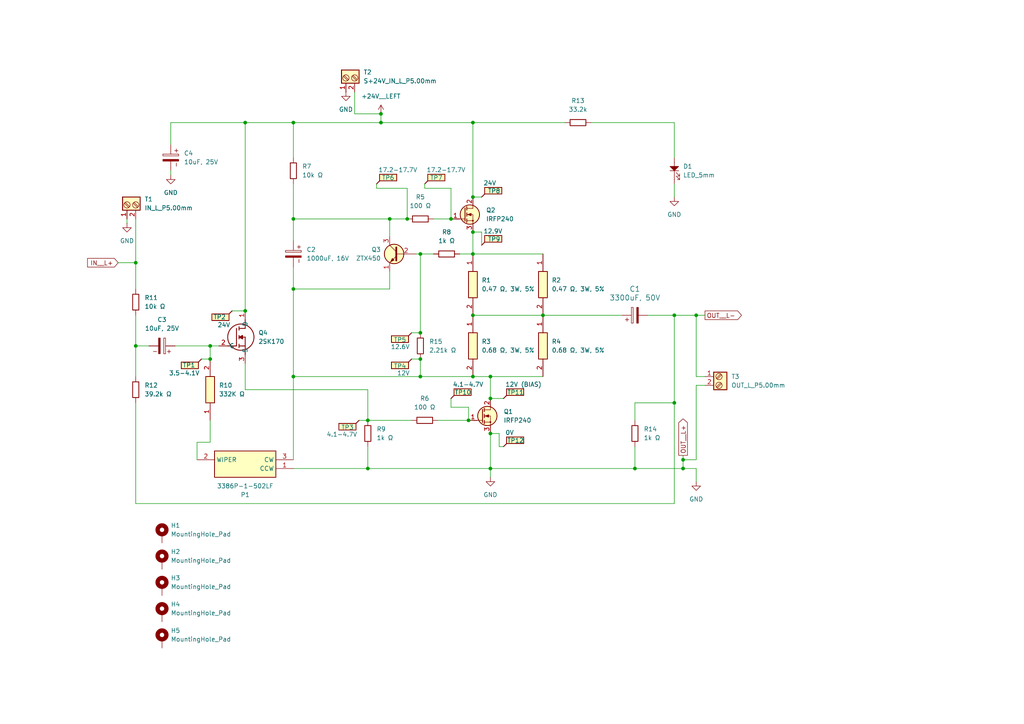
<source format=kicad_sch>
(kicad_sch (version 20231120) (generator "eeschema") (generator_version "8.0")
  (paper "A4")
  (title_block (title "Amp Camp Amp v1.8") (date "2024-11-19") (rev "1") (company "Audiophi"))
  (lib_symbols
    (symbol "Connector:TestPoint_Flag" (pin_numbers hide) (pin_names (offset 0.762) hide)
      (property "Reference" "TP" (at 3.429 1.778 0))
      (property "Value" "TestPoint_Flag" (at 3.302 4.191 0))
      (symbol "TestPoint_Flag_0_1"
        (polyline (pts (xy 0 0) (xy 0.889 0.889)) (stroke (width 0.254)))
        (rectangle (start 0.889 2.794) (end 5.842 0.889) (stroke (width 0.254)) (fill (type background)))
      )
      (symbol "TestPoint_Flag_1_1"
        (pin passive line (at 0 0 90) (length 0) (name "1") (number "1"))
      )
    )
    (symbol "Mechanical:MountingHole_Pad" (pin_numbers hide) (pin_names (offset 1.016) hide) (exclude_from_sim yes) (in_bom no)
      (property "Reference" "H" (at 0 6.35 0))
      (property "Value" "MountingHole_Pad" (at 0 4.445 0))
      (symbol "MountingHole_Pad_0_1"
        (circle (center 0 1.27) (radius 1.27) (stroke (width 1.27)))
      )
      (symbol "MountingHole_Pad_1_1"
        (pin input line (at 0 -2.54 90) (length 2.54) (name "1") (number "1"))
      )
    )
    (symbol "PCM_Capacitor_AKL:CP_Radial_D18.0mm_P7.50mm" (pin_numbers hide) (pin_names (offset 0.254))
      (property "Reference" "C" (at 0.635 2.54 0))
      (property "Value" "CP_Radial_D18.0mm_P7.50mm" (at 0.635 -2.54 0))
      (symbol "CP_Radial_D18.0mm_P7.50mm_0_1"
        (rectangle (start -2.286 1.016) (end 2.286 0.508))
        (polyline (pts (xy -1.778 2.286) (xy -0.762 2.286)))
        (polyline (pts (xy -1.27 2.794) (xy -1.27 1.778)))
        (rectangle (start 2.286 -0.508) (end -2.286 -1.016) (fill (type outline)))
      )
      (symbol "CP_Radial_D18.0mm_P7.50mm_0_2"
        (polyline (pts (xy -2.54 -2.54) (xy -0.6604 -0.6604)))
        (polyline (pts (xy 0 2.032) (xy 1.016 2.032)))
        (polyline (pts (xy 0.508 2.54) (xy 0.508 1.524)))
        (polyline (pts (xy 0.6604 0.6604) (xy 2.54 2.54)))
        (polyline (pts (xy -1.8796 0.6096) (xy 0.6096 -1.8796) (xy 0.9652 -1.524) (xy -1.524 0.9652) (xy -1.8796 0.6096)) (fill (type outline)))
        (polyline (pts (xy -0.9652 1.524) (xy 1.524 -0.9652) (xy 1.8796 -0.6096) (xy -0.6096 1.8796) (xy -0.9652 1.524)))
      )
      (symbol "CP_Radial_D18.0mm_P7.50mm_1_1"
        (pin passive line (at 0 3.81 270) (length 2.794) (name "~") (number "1"))
        (pin passive line (at 0 -3.81 90) (length 2.794) (name "~") (number "2"))
      )
      (symbol "CP_Radial_D18.0mm_P7.50mm_1_2"
        (pin passive line (at 2.54 2.54 270) (length 0) (name "~") (number "1"))
        (pin passive line (at -2.54 -2.54 90) (length 0) (name "~") (number "2"))
      )
    )
    (symbol "PCM_SL_Capacitors:1000uF_16V"
      (property "Reference" "C" (at 0 7.62 0))
      (property "Value" "1000uF_16V" (at 0 5.08 0))
      (symbol "1000uF_16V_0_0"
        (text "+" (at -2.032 1.524 0) (effects (font (size 1.27 1.27))))
        (text "-" (at 2.032 1.524 0) (effects (font (size 1.27 1.27))))
      )
      (symbol "1000uF_16V_0_1"
        (rectangle (start -1.016 -2.286) (end -0.508 2.286))
        (rectangle (start 0.508 -2.286) (end 1.016 2.286) (fill (type outline)))
      )
      (symbol "1000uF_16V_1_1"
        (pin passive line (at -3.81 0 0) (length 2.7) (name "~") (number "1"))
        (pin input line (at 3.81 0 180) (length 2.7) (name "~") (number "2"))
      )
    )
    (symbol "PCM_SL_Capacitors:10uF_25V"
      (property "Reference" "C" (at 0 7.62 0))
      (property "Value" "10uF_25V" (at 0 5.08 0))
      (symbol "10uF_25V_0_0"
        (text "+" (at -2.032 1.524 0) (effects (font (size 1.27 1.27))))
        (text "-" (at 2.032 1.524 0) (effects (font (size 1.27 1.27))))
      )
      (symbol "10uF_25V_0_1"
        (rectangle (start -1.016 -2.286) (end -0.508 2.286))
        (rectangle (start 0.508 -2.286) (end 1.016 2.286) (fill (type outline)))
      )
      (symbol "10uF_25V_1_1"
        (pin passive line (at -3.81 0 0) (length 2.7) (name "~") (number "1"))
        (pin input line (at 3.81 0 180) (length 2.7) (name "~") (number "2"))
      )
    )
    (symbol "PCM_SL_Devices:LED_5mm"
      (property "Reference" "D" (at -0.508 5.334 0))
      (property "Value" "LED_5mm" (at -0.508 2.794 0))
      (symbol "LED_5mm_0_1"
        (polyline (pts (xy -1.27 0) (xy -2.54 0)))
        (polyline (pts (xy 0 1.27) (xy 0 -1.27)))
        (polyline (pts (xy 0.508 0.508) (xy 1.524 1.524)))
        (polyline (pts (xy 1.27 0) (xy 2.54 0)))
        (polyline (pts (xy 1.524 0.508) (xy 2.54 1.524)))
        (polyline (pts (xy 1.524 1.524) (xy 0.889 1.524)))
        (polyline (pts (xy 1.524 1.524) (xy 1.524 0.889)))
        (polyline (pts (xy 2.54 1.524) (xy 1.905 1.524)))
        (polyline (pts (xy 2.54 1.524) (xy 2.54 0.889)))
        (polyline (pts (xy 0 0) (xy -1.27 -1.27) (xy -1.27 1.27) (xy 0 0) (xy 1.27 0)) (fill (type outline)))
      )
      (symbol "LED_5mm_1_1"
        (pin passive line (at 3.81 0 180) (length 1.5) (name "~") (number "1"))
        (pin passive line (at -3.81 0 0) (length 1.5) (name "") (number "2"))
      )
    )
    (symbol "PCM_SL_Resistors:100ohm"
      (property "Reference" "R" (at 0 5.08 0))
      (property "Value" "100ohm" (at 0 2.54 0))
      (symbol "100ohm_0_1"
        (rectangle (start -2.286 0.889) (end 2.286 -0.889) (stroke (width 0.24)))
      )
      (symbol "100ohm_1_1"
        (pin passive line (at -3.81 0 0) (length 1.5) (name "") (number "1"))
        (pin passive line (at 3.81 0 180) (length 1.5) (name "~") (number "2"))
      )
    )
    (symbol "PCM_SL_Resistors:10k"
      (property "Reference" "R" (at 0 5.08 0))
      (property "Value" "10k" (at 0 2.54 0))
      (symbol "10k_0_1"
        (rectangle (start -2.286 0.889) (end 2.286 -0.889) (stroke (width 0.24)))
      )
      (symbol "10k_1_1"
        (pin passive line (at -3.81 0 0) (length 1.5) (name "") (number "1"))
        (pin passive line (at 3.81 0 180) (length 1.5) (name "~") (number "2"))
      )
    )
    (symbol "PCM_SL_Resistors:1k"
      (property "Reference" "R" (at 0 5.08 0))
      (property "Value" "1k" (at 0 2.54 0))
      (symbol "1k_0_1"
        (rectangle (start -2.286 0.889) (end 2.286 -0.889) (stroke (width 0.24)))
      )
      (symbol "1k_1_1"
        (pin passive line (at -3.81 0 0) (length 1.5) (name "") (number "1"))
        (pin passive line (at 3.81 0 180) (length 1.5) (name "~") (number "2"))
      )
    )
    (symbol "PCM_SL_Resistors:2.2k"
      (property "Reference" "R" (at 0 5.08 0))
      (property "Value" "2.2k" (at 0 2.54 0))
      (symbol "2.2k_0_1"
        (rectangle (start -2.286 0.889) (end 2.286 -0.889) (stroke (width 0.24)))
      )
      (symbol "2.2k_1_1"
        (pin passive line (at -3.81 0 0) (length 1.5) (name "") (number "1"))
        (pin passive line (at 3.81 0 180) (length 1.5) (name "~") (number "2"))
      )
    )
    (symbol "PCM_SL_Resistors:33k"
      (property "Reference" "R" (at 0 5.08 0))
      (property "Value" "33k" (at 0 2.54 0))
      (symbol "33k_0_1"
        (rectangle (start -2.286 0.889) (end 2.286 -0.889) (stroke (width 0.24)))
      )
      (symbol "33k_1_1"
        (pin passive line (at -3.81 0 0) (length 1.5) (name "") (number "1"))
        (pin passive line (at 3.81 0 180) (length 1.5) (name "~") (number "2"))
      )
    )
    (symbol "PCM_SL_Resistors:39k"
      (property "Reference" "R" (at 0 5.08 0))
      (property "Value" "39k" (at 0 2.54 0))
      (symbol "39k_0_1"
        (rectangle (start -2.286 0.889) (end 2.286 -0.889) (stroke (width 0.24)))
      )
      (symbol "39k_1_1"
        (pin passive line (at -3.81 0 0) (length 1.5) (name "") (number "1"))
        (pin passive line (at 3.81 0 180) (length 1.5) (name "~") (number "2"))
      )
    )
    (symbol "PCM_SL_Screw_Terminal:Screw_Terminal_2_P5.00mm"
      (property "Reference" "J" (at 0 3.81 0))
      (property "Value" "Screw_Terminal_2_P5.00mm" (at 0 -3.81 0))
      (symbol "Screw_Terminal_2_P5.00mm_0_1"
        (rectangle (start -1.27 2.54) (end 2.54 -2.54) (stroke (width 0.3)) (fill (type background)))
        (polyline (pts (xy -0.254 -2.032) (xy 1.016 -0.762)))
        (polyline (pts (xy -0.254 0.508) (xy 1.016 1.778)))
        (polyline (pts (xy 0 -1.27) (xy -0.508 -1.778) (xy 0.762 -0.508)))
        (polyline (pts (xy 0 1.27) (xy -0.508 0.762) (xy 0.762 2.032)))
        (circle (center 0.254 -1.27) (radius 0.9158))
        (circle (center 0.254 1.27) (radius 0.9158))
      )
      (symbol "Screw_Terminal_2_P5.00mm_1_1"
        (pin passive line (at -3.81 1.27 0) (length 2.54) (name "") (number "1"))
        (pin passive line (at -3.81 -1.27 0) (length 2.54) (name "") (number "2"))
      )
    )
    (symbol "PCM_Transistor_BJT_AKL:ZTX450" (pin_names hide)
      (property "Reference" "Q" (at 5.08 1.27 0))
      (property "Value" "ZTX450" (at 5.08 -1.27 0))
      (symbol "ZTX450_0_1"
        (polyline (pts (xy 0.635 0.635) (xy 2.54 2.54)))
        (polyline (pts (xy 0.635 -0.635) (xy 2.54 -2.54) (xy 2.54 -2.54)))
        (polyline (pts (xy 0.635 1.905) (xy 0.635 -1.905) (xy 0.635 -1.905)) (stroke (width 0.508)))
        (polyline (pts (xy 1.27 -1.778) (xy 1.778 -1.27) (xy 2.286 -2.286) (xy 1.27 -1.778) (xy 1.27 -1.778)) (fill (type outline)))
        (circle (center 1.27 0) (radius 2.8194) (stroke (width 0.254)) (fill (type background)))
      )
      (symbol "ZTX450_1_1"
        (pin passive line (at 2.54 -5.08 90) (length 2.54) (name "E") (number "1"))
        (pin passive line (at -5.08 0 0) (length 5.715) (name "B") (number "2"))
        (pin passive line (at 2.54 5.08 270) (length 2.54) (name "C") (number "3"))
      )
    )
    (symbol "PCM_Transistor_MOSFET_AKL:IRFP240" (pin_names hide)
      (property "Reference" "Q" (at 5.08 1.27 0))
      (property "Value" "IRFP240" (at 5.08 -1.27 0))
      (symbol "IRFP240_0_1"
        (polyline (pts (xy 0.254 -1.27) (xy -2.54 -1.27)))
        (polyline (pts (xy 0.254 1.905) (xy 0.254 -1.905)) (stroke (width 0.254)))
        (polyline (pts (xy 0.762 -1.778) (xy 2.54 -1.778)))
        (polyline (pts (xy 0.762 -1.27) (xy 0.762 -2.286)) (stroke (width 0.254)))
        (polyline (pts (xy 0.762 0.508) (xy 0.762 -0.508)) (stroke (width 0.254)))
        (polyline (pts (xy 0.762 2.286) (xy 0.762 1.27)) (stroke (width 0.254)))
        (polyline (pts (xy 2.54 1.778) (xy 0.762 1.778)))
        (polyline (pts (xy 2.54 2.54) (xy 2.54 1.778)))
        (polyline (pts (xy 2.54 -2.54) (xy 2.54 0) (xy 0.762 0)))
        (polyline (pts (xy 1.016 0) (xy 2.032 0.381) (xy 2.032 -0.381) (xy 1.016 0)) (fill (type outline)))
        (circle (center 1.651 0) (radius 2.794) (stroke (width 0.254)) (fill (type background)))
        (circle (center 2.54 -1.778) (radius 0.1778) (fill (type outline)))
      )
      (symbol "IRFP240_1_1"
        (pin input line (at -3.81 -1.27 0) (length 2.54) (name "G") (number "1"))
        (pin passive line (at 2.54 5.08 270) (length 2.54) (name "D") (number "2"))
        (pin passive line (at 2.54 -5.08 90) (length 2.54) (name "S") (number "3"))
      )
    )
    (symbol "Samacsys:2SK170"
      (property "Reference" "Q" (at 11.43 3.81 0))
      (property "Value" "2SK170" (at 11.43 1.27 0))
      (symbol "2SK170_1_1"
        (polyline (pts (xy 2.54 0) (xy 5.08 0)) (stroke (width 0.254)))
        (polyline (pts (xy 5.08 5.08) (xy 5.08 0)) (stroke (width 0.254)))
        (polyline (pts (xy 5.842 -0.508) (xy 5.842 0.508)) (stroke (width 0.254)))
        (polyline (pts (xy 5.842 0) (xy 7.62 0)) (stroke (width 0.254)))
        (polyline (pts (xy 5.842 2.032) (xy 5.842 3.048)) (stroke (width 0.254)))
        (polyline (pts (xy 5.842 5.588) (xy 5.842 4.572)) (stroke (width 0.254)))
        (polyline (pts (xy 7.62 2.54) (xy 5.842 2.54)) (stroke (width 0.254)))
        (polyline (pts (xy 7.62 2.54) (xy 7.62 -2.54)) (stroke (width 0.254)))
        (polyline (pts (xy 7.62 5.08) (xy 5.842 5.08)) (stroke (width 0.254)))
        (polyline (pts (xy 7.62 5.08) (xy 7.62 7.62)) (stroke (width 0.254)))
        (polyline (pts (xy 5.842 2.54) (xy 6.858 3.048) (xy 6.858 2.032) (xy 5.842 2.54)) (stroke (width 0.254)) (fill (type outline)))
        (circle (center 6.35 2.54) (radius 3.81) (stroke (width 0.254)))
        (pin passive line (at 7.62 10.16 270) (length 2.54) (name "D") (number "1"))
        (pin passive line (at 0 0 0) (length 2.54) (name "G") (number "2"))
        (pin passive line (at 7.62 -5.08 90) (length 2.54) (name "S") (number "3"))
      )
    )
    (symbol "Samacsys:3386P-1-502LF"
      (property "Reference" "VR" (at 24.13 7.62 0))
      (property "Value" "3386P-1-502LF" (at 24.13 5.08 0))
      (symbol "3386P-1-502LF_1_1"
        (rectangle (start 5.08 2.54) (end 22.86 -5.08) (stroke (width 0.254)) (fill (type background)))
        (pin passive line (at 0 -2.54 0) (length 5.08) (name "CCW") (number "1"))
        (pin passive line (at 27.94 0 180) (length 5.08) (name "WIPER") (number "2"))
        (pin passive line (at 0 0 0) (length 5.08) (name "CW") (number "3"))
      )
    )
    (symbol "Samacsys:ERX-3SJR47V" (pin_names hide)
      (property "Reference" "R" (at 13.97 6.35 0))
      (property "Value" "ERX-3SJR47V" (at 13.97 3.81 0))
      (symbol "ERX-3SJR47V_1_1"
        (rectangle (start 5.08 1.27) (end 12.7 -1.27) (stroke (width 0.254)) (fill (type background)))
        (pin passive line (at 0 0 0) (length 5.08) (name "1") (number "1"))
        (pin passive line (at 17.78 0 180) (length 5.08) (name "2") (number "2"))
      )
    )
    (symbol "Samacsys:ERX-3SJR68A" (pin_names hide)
      (property "Reference" "R" (at 13.97 6.35 0))
      (property "Value" "ERX-3SJR68A" (at 13.97 3.81 0))
      (symbol "ERX-3SJR68A_1_1"
        (rectangle (start 5.08 1.27) (end 12.7 -1.27) (stroke (width 0.254)) (fill (type background)))
        (pin passive line (at 0 0 0) (length 5.08) (name "1") (number "1"))
        (pin passive line (at 17.78 0 180) (length 5.08) (name "2") (number "2"))
      )
    )
    (symbol "Samacsys:RNF14FTD332K" (pin_names hide)
      (property "Reference" "R" (at 13.97 6.35 0))
      (property "Value" "RNF14FTD332K" (at 13.97 3.81 0))
      (symbol "RNF14FTD332K_1_1"
        (rectangle (start 5.08 1.27) (end 12.7 -1.27) (stroke (width 0.254)) (fill (type background)))
        (pin passive line (at 0 0 0) (length 5.08) (name "1") (number "1"))
        (pin passive line (at 17.78 0 180) (length 5.08) (name "2") (number "2"))
      )
    )
    (symbol "power:+24V" (power) (pin_numbers hide) (pin_names (offset 0) hide)
      (property "Value" "+24V" (at 0 3.556 0))
      (symbol "+24V_0_1"
        (polyline (pts (xy -0.762 1.27) (xy 0 2.54)))
        (polyline (pts (xy 0 0) (xy 0 2.54)))
        (polyline (pts (xy 0 2.54) (xy 0.762 1.27)))
      )
      (symbol "+24V_1_1"
        (pin power_in line (at 0 0 90) (length 0) (name "~") (number "1"))
      )
    )
    (symbol "power:GND" (power) (pin_numbers hide) (pin_names (offset 0) hide)
      (property "Value" "GND" (at 0 -3.81 0))
      (symbol "GND_0_1"
        (polyline (pts (xy 0 0) (xy 0 -1.27) (xy 1.27 -1.27) (xy 0 -2.54) (xy -1.27 -1.27) (xy 0 -1.27)))
      )
      (symbol "GND_1_1"
        (pin power_in line (at 0 0 270) (length 0) (name "~") (number "1"))
      )
    )
  )
  (junction (at 85.09 109.22))
  (junction (at 198.12 133.35))
  (junction (at 110.49 33.02))
  (junction (at 85.09 83.82))
  (junction (at 71.12 35.56))
  (junction (at 142.24 109.22))
  (junction (at 198.12 135.89))
  (junction (at 121.92 109.22))
  (junction (at 142.24 125.73))
  (junction (at 39.37 76.2))
  (junction (at 106.68 135.89))
  (junction (at 121.92 96.52))
  (junction (at 137.16 109.22))
  (junction (at 142.24 115.57))
  (junction (at 137.16 73.66))
  (junction (at 184.15 135.89))
  (junction (at 118.11 63.5))
  (junction (at 113.03 63.5))
  (junction (at 157.48 91.44))
  (junction (at 121.92 104.14))
  (junction (at 195.58 91.44))
  (junction (at 85.09 35.56))
  (junction (at 137.16 67.31))
  (junction (at 39.37 100.33))
  (junction (at 60.96 104.14))
  (junction (at 130.81 63.5))
  (junction (at 121.92 73.66))
  (junction (at 195.58 116.84))
  (junction (at 135.89 121.92))
  (junction (at 137.16 91.44))
  (junction (at 71.12 90.17))
  (junction (at 60.96 100.33))
  (junction (at 137.16 35.56))
  (junction (at 85.09 63.5))
  (junction (at 106.68 121.92))
  (junction (at 201.93 91.44))
  (junction (at 110.49 35.56))
  (junction (at 142.24 135.89))
  (junction (at 137.16 57.15))
  (wire (pts (xy 184.15 121.92) (xy 184.15 116.84)))
  (wire (pts (xy 49.53 49.53) (xy 49.53 50.8)))
  (wire (pts (xy 144.78 129.54) (xy 146.05 129.54)))
  (wire (pts (xy 204.47 111.76) (xy 201.93 111.76)))
  (wire (pts (xy 120.65 73.66) (xy 121.92 73.66)))
  (wire (pts (xy 71.12 35.56) (xy 85.09 35.56)))
  (wire (pts (xy 142.24 109.22) (xy 157.48 109.22)))
  (wire (pts (xy 135.89 118.11) (xy 130.81 118.11)))
  (wire (pts (xy 85.09 109.22) (xy 121.92 109.22)))
  (wire (pts (xy 201.93 111.76) (xy 201.93 133.35)))
  (wire (pts (xy 85.09 35.56) (xy 110.49 35.56)))
  (wire (pts (xy 198.12 133.35) (xy 201.93 133.35)))
  (wire (pts (xy 106.68 135.89) (xy 106.68 129.54)))
  (wire (pts (xy 184.15 135.89) (xy 198.12 135.89)))
  (wire (pts (xy 198.12 133.35) (xy 198.12 135.89)))
  (wire (pts (xy 139.7 67.31) (xy 139.7 71.12)))
  (wire (pts (xy 195.58 91.44) (xy 195.58 116.84)))
  (wire (pts (xy 130.81 54.61) (xy 130.81 63.5)))
  (wire (pts (xy 127 121.92) (xy 135.89 121.92)))
  (wire (pts (xy 139.7 57.15) (xy 137.16 57.15)))
  (wire (pts (xy 60.96 100.33) (xy 63.5 100.33)))
  (wire (pts (xy 133.35 73.66) (xy 137.16 73.66)))
  (wire (pts (xy 49.53 35.56) (xy 71.12 35.56)))
  (wire (pts (xy 142.24 125.73) (xy 142.24 135.89)))
  (wire (pts (xy 85.09 63.5) (xy 85.09 69.85)))
  (wire (pts (xy 39.37 63.5) (xy 39.37 76.2)))
  (wire (pts (xy 135.89 118.11) (xy 135.89 121.92)))
  (wire (pts (xy 144.78 125.73) (xy 142.24 125.73)))
  (wire (pts (xy 187.96 91.44) (xy 195.58 91.44)))
  (wire (pts (xy 71.12 35.56) (xy 71.12 90.17)))
  (wire (pts (xy 171.45 35.56) (xy 195.58 35.56)))
  (wire (pts (xy 102.87 26.67) (xy 102.87 33.02)))
  (wire (pts (xy 118.11 54.61) (xy 109.22 54.61)))
  (wire (pts (xy 119.38 96.52) (xy 121.92 96.52)))
  (wire (pts (xy 130.81 63.5) (xy 125.73 63.5)))
  (wire (pts (xy 49.53 41.91) (xy 49.53 35.56)))
  (wire (pts (xy 198.12 135.89) (xy 201.93 135.89)))
  (wire (pts (xy 71.12 105.41) (xy 71.12 113.03)))
  (wire (pts (xy 110.49 35.56) (xy 137.16 35.56)))
  (wire (pts (xy 195.58 91.44) (xy 201.93 91.44)))
  (wire (pts (xy 39.37 91.44) (xy 39.37 100.33)))
  (wire (pts (xy 201.93 91.44) (xy 204.47 91.44)))
  (wire (pts (xy 142.24 109.22) (xy 142.24 115.57)))
  (wire (pts (xy 144.78 125.73) (xy 144.78 129.54)))
  (wire (pts (xy 137.16 109.22) (xy 142.24 109.22)))
  (wire (pts (xy 142.24 115.57) (xy 146.05 115.57)))
  (wire (pts (xy 106.68 113.03) (xy 106.68 121.92)))
  (wire (pts (xy 198.12 132.08) (xy 198.12 133.35)))
  (wire (pts (xy 123.19 54.61) (xy 130.81 54.61)))
  (wire (pts (xy 85.09 63.5) (xy 113.03 63.5)))
  (wire (pts (xy 195.58 57.15) (xy 195.58 53.34)))
  (wire (pts (xy 204.47 109.22) (xy 201.93 109.22)))
  (wire (pts (xy 142.24 135.89) (xy 184.15 135.89)))
  (wire (pts (xy 110.49 33.02) (xy 110.49 35.56)))
  (wire (pts (xy 121.92 73.66) (xy 121.92 96.52)))
  (wire (pts (xy 139.7 67.31) (xy 137.16 67.31)))
  (wire (pts (xy 157.48 91.44) (xy 180.34 91.44)))
  (wire (pts (xy 102.87 33.02) (xy 110.49 33.02)))
  (wire (pts (xy 106.68 135.89) (xy 142.24 135.89)))
  (wire (pts (xy 137.16 91.44) (xy 157.48 91.44)))
  (wire (pts (xy 39.37 100.33) (xy 43.18 100.33)))
  (wire (pts (xy 85.09 135.89) (xy 106.68 135.89)))
  (wire (pts (xy 58.42 104.14) (xy 60.96 104.14)))
  (wire (pts (xy 39.37 146.05) (xy 195.58 146.05)))
  (wire (pts (xy 195.58 116.84) (xy 195.58 146.05)))
  (wire (pts (xy 109.22 53.34) (xy 109.22 54.61)))
  (wire (pts (xy 60.96 121.92) (xy 60.96 128.27)))
  (wire (pts (xy 118.11 54.61) (xy 118.11 63.5)))
  (wire (pts (xy 39.37 100.33) (xy 39.37 109.22)))
  (wire (pts (xy 85.09 77.47) (xy 85.09 83.82)))
  (wire (pts (xy 36.83 63.5) (xy 36.83 64.77)))
  (wire (pts (xy 142.24 135.89) (xy 142.24 138.43)))
  (wire (pts (xy 137.16 73.66) (xy 137.16 67.31)))
  (wire (pts (xy 201.93 135.89) (xy 201.93 139.7)))
  (wire (pts (xy 113.03 63.5) (xy 118.11 63.5)))
  (wire (pts (xy 85.09 83.82) (xy 113.03 83.82)))
  (wire (pts (xy 50.8 100.33) (xy 60.96 100.33)))
  (wire (pts (xy 121.92 109.22) (xy 137.16 109.22)))
  (wire (pts (xy 121.92 73.66) (xy 125.73 73.66)))
  (wire (pts (xy 104.14 121.92) (xy 106.68 121.92)))
  (wire (pts (xy 201.93 91.44) (xy 201.93 109.22)))
  (wire (pts (xy 137.16 35.56) (xy 163.83 35.56)))
  (wire (pts (xy 39.37 116.84) (xy 39.37 146.05)))
  (wire (pts (xy 34.29 76.2) (xy 39.37 76.2)))
  (wire (pts (xy 119.38 104.14) (xy 121.92 104.14)))
  (wire (pts (xy 184.15 129.54) (xy 184.15 135.89)))
  (wire (pts (xy 67.31 90.17) (xy 71.12 90.17)))
  (wire (pts (xy 85.09 109.22) (xy 85.09 133.35)))
  (wire (pts (xy 57.15 133.35) (xy 57.15 128.27)))
  (wire (pts (xy 113.03 68.58) (xy 113.03 63.5)))
  (wire (pts (xy 184.15 116.84) (xy 195.58 116.84)))
  (wire (pts (xy 130.81 118.11) (xy 130.81 115.57)))
  (wire (pts (xy 85.09 35.56) (xy 85.09 45.72)))
  (wire (pts (xy 85.09 83.82) (xy 85.09 109.22)))
  (wire (pts (xy 137.16 35.56) (xy 137.16 57.15)))
  (wire (pts (xy 57.15 128.27) (xy 60.96 128.27)))
  (wire (pts (xy 195.58 35.56) (xy 195.58 45.72)))
  (wire (pts (xy 137.16 73.66) (xy 157.48 73.66)))
  (wire (pts (xy 85.09 53.34) (xy 85.09 63.5)))
  (wire (pts (xy 121.92 104.14) (xy 121.92 109.22)))
  (wire (pts (xy 113.03 78.74) (xy 113.03 83.82)))
  (wire (pts (xy 123.19 53.34) (xy 123.19 54.61)))
  (wire (pts (xy 106.68 121.92) (xy 119.38 121.92)))
  (wire (pts (xy 71.12 113.03) (xy 106.68 113.03)))
  (wire (pts (xy 39.37 76.2) (xy 39.37 83.82)))
  (wire (pts (xy 60.96 100.33) (xy 60.96 104.14)))
  (global_label "OUT__L-" (shape output) (at 204.47 91.44 0) (property "Intersheetrefs" "${INTERSHEET_REFS}" (effects (hide yes))))
  (global_label "OUT__L+" (shape output) (at 198.12 132.08 90) (property "Intersheetrefs" "${INTERSHEET_REFS}" (effects (hide yes))))
  (global_label "IN__L+" (shape input) (at 34.29 76.2 180) (property "Intersheetrefs" "${INTERSHEET_REFS}" (effects (hide yes))))
  (symbol (lib_id "PCM_SL_Devices:LED_5mm") (at 195.58 49.53 270) (unit 1)
    (property "Reference" "D1" (at 198.12 48.2599 90) (effects (justify left)))
    (property "Value" "LED_5mm" (at 198.12 50.7999 90) (effects (justify left)))
    (property "Footprint" "LED_THT:LED_D5.0mm" (effects (hide yes)))
    (property "Description" "Common 5mm diameter LED" (effects (hide yes)))
  )
  (symbol (lib_id "PCM_SL_Resistors:100ohm") (at 121.92 63.5 0) (unit 1)
    (property "Reference" "R5" (at 121.92 57.15 0))
    (property "Value" "100 Ω" (at 121.92 59.69 0))
    (property "Footprint" "Resistor_THT:R_Axial_DIN0207_L6.3mm_D2.5mm_P10.16mm_Horizontal" (effects (hide yes)))
    (property "Description" "100Ω, 1/4W Resistor" (effects (hide yes)))
  )
  (symbol (lib_id "Connector:TestPoint_Flag") (at 109.22 53.34 0) (unit 1)
    (property "Reference" "TP6" (at 110.744 51.562 0) (effects (justify left)))
    (property "Value" "17.2-17.7V" (at 109.728 49.276 0) (effects (justify left)))
    (property "Footprint" "TestPoint:TestPoint_Pad_D1.5mm" (effects (hide yes)))
    (property "Description" "test point (alternative flag-style design)" (effects (hide yes)))
  )
  (symbol (lib_id "PCM_SL_Resistors:1k") (at 106.68 125.73 270) (unit 1)
    (property "Reference" "R9" (at 109.22 124.4599 90) (effects (justify left)))
    (property "Value" "1k Ω" (at 109.22 126.9999 90) (effects (justify left)))
    (property "Footprint" "Resistor_THT:R_Axial_DIN0207_L6.3mm_D2.5mm_P10.16mm_Horizontal" (effects (hide yes)))
    (property "Description" "1kΩ, 1/4W Resistor" (effects (hide yes)))
  )
  (symbol (lib_id "Connector:TestPoint_Flag") (at 123.19 53.34 0) (unit 1)
    (property "Reference" "TP7" (at 124.714 51.562 0) (effects (justify left)))
    (property "Value" "17.2-17.7V" (at 123.698 49.276 0) (effects (justify left)))
    (property "Footprint" "TestPoint:TestPoint_Pad_D1.5mm" (effects (hide yes)))
    (property "Description" "test point (alternative flag-style design)" (effects (hide yes)))
  )
  (symbol (lib_id "PCM_Transistor_BJT_AKL:ZTX450") (at 115.57 73.66 0) (mirror y) (unit 1)
    (property "Reference" "Q3" (at 110.49 72.3899 0) (effects (justify left)))
    (property "Value" "ZTX450" (at 110.49 74.9299 0) (effects (justify left)))
    (property "Footprint" "PCM_Package_TO_SOT_THT_AKL:TO-92_Inline_Wide_EBC" (effects (hide yes)))
    (property "Datasheet" "https://www.tme.eu/Document/ec64df793d9f413795c041120cf16a4a/ZTX450.pdf" (effects (hide yes)))
    (property "Description" "NPN TO-92 transistor, 45V, 1A, 1W, Alternate KiCAD Library" (effects (hide yes)))
  )
  (symbol (lib_id "PCM_SL_Resistors:10k") (at 85.09 49.53 270) (unit 1)
    (property "Reference" "R7" (at 87.63 48.2599 90) (effects (justify left)))
    (property "Value" "10k Ω" (at 87.63 50.7999 90) (effects (justify left)))
    (property "Footprint" "Resistor_THT:R_Axial_DIN0207_L6.3mm_D2.5mm_P10.16mm_Horizontal" (effects (hide yes)))
    (property "Description" "10kΩ, 1/4W Resistor" (effects (hide yes)))
  )
  (symbol (lib_id "Connector:TestPoint_Flag") (at 104.14 121.92 180) (unit 1)
    (property "Reference" "TP3" (at 102.616 123.952 0) (effects (justify left)))
    (property "Value" "4.1-4.7V" (at 103.632 125.984 0) (effects (justify left)))
    (property "Footprint" "TestPoint:TestPoint_Pad_D1.5mm" (effects (hide yes)))
    (property "Description" "test point (alternative flag-style design)" (effects (hide yes)))
  )
  (symbol (lib_id "Mechanical:MountingHole_Pad") (at 46.99 154.94 0) (unit 1) (exclude_from_sim yes) (in_bom no)
    (property "Reference" "H1" (at 49.53 152.3999 0) (effects (justify left)))
    (property "Value" "MountingHole_Pad" (at 49.53 154.9399 0) (effects (justify left)))
    (property "Footprint" "MountingHole:MountingHole_2.7mm_Pad" (effects (hide yes)))
    (property "Description" "Mounting Hole with connection" (effects (hide yes)))
  )
  (symbol (lib_id "Samacsys:3386P-1-502LF") (at 85.09 133.35 0) (mirror y) (unit 1)
    (property "Reference" "P1" (at 71.12 143.51 0))
    (property "Value" "3386P-1-502LF" (at 71.12 140.97 0))
    (property "Footprint" "Samacsys:3386P_1" (effects (hide yes)))
    (property "Datasheet" "http://uk.rs-online.com/web/p/products/5222772P" (effects (hide yes)))
    (property "Description" "Bourns 3386P Series Through Hole Trimmer Resistor with Pin Terminations, 5k +/-10% 1/2W +/-100ppm/C Top Adjust" (effects (hide yes)))
    (property "RS Part Number" "5222772P" (effects (hide yes)))
    (property "RS Price/Stock" "http://uk.rs-online.com/web/p/products/5222772P" (effects (hide yes)))
    (property "Manufacturer_Name" "Bourns" (effects (hide yes)))
    (property "Manufacturer_Part_Number" "3386P-1-502LF" (effects (hide yes)))
    (property "Allied_Number" "70154094" (effects (hide yes)))
  )
  (symbol (lib_id "Samacsys:ERX-3SJR68A") (at 157.48 91.44 270) (unit 1)
    (property "Reference" "R4" (at 160.02 99.0599 90) (effects (justify left)))
    (property "Value" "0.68 Ω, 3W, 5%" (at 160.02 101.5999 90) (effects (justify left)))
    (property "Footprint" "Samacsys:RESAD3700W85L1500D550" (effects (hide yes)))
    (property "Description" "Metal Film Resistors - Through Hole 0.68ohm 3W 5%" (effects (hide yes)))
    (property "Manufacturer_Name" "Panasonic" (effects (hide yes)))
    (property "Manufacturer_Part_Number" "ERX-3SJR68A" (effects (hide yes)))
  )
  (symbol (lib_id "power:GND") (at 195.58 57.15 0) (unit 1)
    (property "Reference" "#PWR06" (effects (hide yes)))
    (property "Value" "GND" (at 195.58 62.23 0))
    (property "Description" "Power symbol creates a global label with name \"GND\" , ground" (effects (hide yes)))
  )
  (symbol (lib_id "Connector:TestPoint_Flag") (at 58.42 104.14 180) (unit 1)
    (property "Reference" "TP1" (at 56.642 105.918 0) (effects (justify left)))
    (property "Value" "3.5-4.1V" (at 57.912 108.204 0) (effects (justify left)))
    (property "Footprint" "TestPoint:TestPoint_Pad_D1.5mm" (effects (hide yes)))
    (property "Description" "test point (alternative flag-style design)" (effects (hide yes)))
  )
  (symbol (lib_id "Samacsys:2SK170") (at 63.5 100.33 0) (unit 1)
    (property "Reference" "Q4" (at 74.93 96.5199 0) (effects (justify left)))
    (property "Value" "2SK170" (at 74.93 99.0599 0) (effects (justify left)))
    (property "Footprint" "Samacsys:2SK170" (effects (hide yes)))
    (property "Datasheet" "https://www.mouser.com/ds/2/408/6909-57550.pdf" (effects (hide yes)))
    (property "Description" "Small Signal Field-Effect Transistor, 1-Element, N-Channel, Silicon, Junction FET" (effects (hide yes)))
    (property "Height" "6.5" (effects (hide yes)))
    (property "Manufacturer_Name" "Toshiba" (effects (hide yes)))
    (property "Manufacturer_Part_Number" "2SK170" (effects (hide yes)))
  )
  (symbol (lib_id "PCM_SL_Screw_Terminal:Screw_Terminal_2_P5.00mm") (at 101.6 22.86 90) (unit 1)
    (property "Reference" "T2" (at 105.41 20.9549 90) (effects (justify right)))
    (property "Value" "S+24V_IN_L_P5.00mm" (at 105.41 23.4949 90) (effects (justify right)))
    (property "Footprint" "TerminalBlock_Phoenix:TerminalBlock_Phoenix_PT-1,5-2-5.0-H_1x02_P5.00mm_Horizontal" (effects (hide yes)))
  )
  (symbol (lib_id "Samacsys:ERX-3SJR47V") (at 157.48 73.66 270) (unit 1)
    (property "Reference" "R2" (at 160.02 81.2799 90) (effects (justify left)))
    (property "Value" "0.47 Ω, 3W, 5%" (at 160.02 83.8199 90) (effects (justify left)))
    (property "Footprint" "Samacsys:RESAD3700W85L1500D550" (effects (hide yes)))
    (property "Datasheet" "https://industrial.panasonic.com/cdbs/www-data/pdf/RDB0000/AOA0000C349.pdf" (effects (hide yes)))
    (property "Description" "Res Metal Film 0.47 Ohm 5% 3W +/-300ppm/C Conformal Coated AXL Bulk" (effects (hide yes)))
    (property "Manufacturer_Name" "Panasonic" (effects (hide yes)))
    (property "Manufacturer_Part_Number" "ERX-3SJR47V" (effects (hide yes)))
  )
  (symbol (lib_id "power:GND") (at 201.93 139.7 0) (unit 1)
    (property "Reference" "#PWR07" (effects (hide yes)))
    (property "Value" "GND" (at 201.93 144.78 0))
    (property "Description" "Power symbol creates a global label with name \"GND\" , ground" (effects (hide yes)))
  )
  (symbol (lib_id "Samacsys:RNF14FTD332K") (at 60.96 121.92 90) (unit 1)
    (property "Reference" "R10" (at 63.5 111.7599 90) (effects (justify right)))
    (property "Value" "332K Ω" (at 63.5 114.2999 90) (effects (justify right)))
    (property "Footprint" "Samacsys:RESAD1575W64L635D235" (effects (hide yes)))
    (property "Datasheet" "https://cs.seielect.com/catalog/SEI-RNF_RNMF.pdf" (effects (hide yes)))
    (property "Description" "RES, MF, 1/4W, 332 Kohm, 1%, 100 ppm" (effects (hide yes)))
    (property "Manufacturer_Name" "Stackpole Electronics, Inc." (effects (hide yes)))
    (property "Manufacturer_Part_Number" "RNF14FTD332K" (effects (hide yes)))
  )
  (symbol (lib_id "PCM_SL_Resistors:2.2k") (at 121.92 100.33 270) (unit 1)
    (property "Reference" "R15" (at 124.46 99.0599 90) (effects (justify left)))
    (property "Value" "2.21k Ω" (at 124.46 101.5999 90) (effects (justify left)))
    (property "Footprint" "Resistor_THT:R_Axial_DIN0207_L6.3mm_D2.5mm_P10.16mm_Horizontal" (effects (hide yes)))
    (property "Description" "2.2kΩ, 1/4W Resistor" (effects (hide yes)))
  )
  (symbol (lib_id "Connector:TestPoint_Flag") (at 146.05 129.54 0) (unit 1)
    (property "Reference" "TP12" (at 147.066 127.762 0) (effects (justify left)))
    (property "Value" "0V" (at 146.558 125.476 0) (effects (justify left)))
    (property "Footprint" "TestPoint:TestPoint_Pad_D1.5mm" (effects (hide yes)))
    (property "Description" "test point (alternative flag-style design)" (effects (hide yes)))
  )
  (symbol (lib_id "PCM_SL_Capacitors:10uF_25V") (at 49.53 45.72 270) (unit 1)
    (property "Reference" "C4" (at 53.34 44.4499 90) (effects (justify left)))
    (property "Value" "10uF, 25V" (at 53.34 46.9899 90) (effects (justify left)))
    (property "Footprint" "Capacitor_THT:CP_Radial_D5.0mm_P2.00mm" (effects (hide yes)))
    (property "Description" "10uF, 25V Electrolytic Capacitor" (effects (hide yes)))
  )
  (symbol (lib_id "PCM_SL_Resistors:1k") (at 184.15 125.73 270) (unit 1)
    (property "Reference" "R14" (at 186.69 124.4599 90) (effects (justify left)))
    (property "Value" "1k Ω" (at 186.69 126.9999 90) (effects (justify left)))
    (property "Footprint" "Resistor_THT:R_Axial_DIN0207_L6.3mm_D2.5mm_P10.16mm_Horizontal" (effects (hide yes)))
    (property "Description" "1kΩ, 1/4W Resistor" (effects (hide yes)))
  )
  (symbol (lib_id "PCM_SL_Resistors:1k") (at 129.54 73.66 0) (unit 1)
    (property "Reference" "R8" (at 129.54 67.31 0))
    (property "Value" "1k Ω" (at 129.54 69.85 0))
    (property "Footprint" "Resistor_THT:R_Axial_DIN0207_L6.3mm_D2.5mm_P10.16mm_Horizontal" (effects (hide yes)))
    (property "Description" "1kΩ, 1/4W Resistor" (effects (hide yes)))
  )
  (symbol (lib_id "Mechanical:MountingHole_Pad") (at 46.99 177.8 0) (unit 1) (exclude_from_sim yes) (in_bom no)
    (property "Reference" "H4" (at 49.53 175.2599 0) (effects (justify left)))
    (property "Value" "MountingHole_Pad" (at 49.53 177.7999 0) (effects (justify left)))
    (property "Footprint" "MountingHole:MountingHole_2.7mm_Pad" (effects (hide yes)))
    (property "Description" "Mounting Hole with connection" (effects (hide yes)))
  )
  (symbol (lib_id "PCM_SL_Resistors:39k") (at 39.37 113.03 270) (unit 1)
    (property "Reference" "R12" (at 41.91 111.7599 90) (effects (justify left)))
    (property "Value" "39.2k Ω" (at 41.91 114.2999 90) (effects (justify left)))
    (property "Footprint" "Resistor_THT:R_Axial_DIN0207_L6.3mm_D2.5mm_P10.16mm_Horizontal" (effects (hide yes)))
    (property "Description" "39kΩ, 1/4W Resistor" (effects (hide yes)))
  )
  (symbol (lib_id "PCM_Transistor_MOSFET_AKL:IRFP240") (at 134.62 62.23 0) (unit 1)
    (property "Reference" "Q2" (at 140.97 60.9599 0) (effects (justify left)))
    (property "Value" "IRFP240" (at 140.97 63.4999 0) (effects (justify left)))
    (property "Footprint" "PCM_Package_TO_SOT_THT_AKL:TO-247-3_Vertical_GDS" (effects (hide yes)))
    (property "Datasheet" "https://www.tme.eu/Document/0031adfbe26ec12f6c3fd4de8f1052b9/IRFP240PBF.pdf" (effects (hide yes)))
    (property "Description" "TO-247 N-MOSFET enchancement mode transistor, 200V, 20A, 150W, Alternate KiCAD Library" (effects (hide yes)))
  )
  (symbol (lib_id "PCM_SL_Resistors:33k") (at 167.64 35.56 0) (unit 1)
    (property "Reference" "R13" (at 167.64 29.21 0))
    (property "Value" "33.2k" (at 167.64 31.75 0))
    (property "Footprint" "Resistor_THT:R_Axial_DIN0207_L6.3mm_D2.5mm_P10.16mm_Horizontal" (effects (hide yes)))
    (property "Description" "33kΩ, 1/4W Resistor" (effects (hide yes)))
  )
  (symbol (lib_id "PCM_Transistor_MOSFET_AKL:IRFP240") (at 139.7 120.65 0) (unit 1)
    (property "Reference" "Q1" (at 146.05 119.3799 0) (effects (justify left)))
    (property "Value" "IRFP240" (at 146.05 121.9199 0) (effects (justify left)))
    (property "Footprint" "PCM_Package_TO_SOT_THT_AKL:TO-247-3_Vertical_GDS" (effects (hide yes)))
    (property "Datasheet" "https://www.tme.eu/Document/0031adfbe26ec12f6c3fd4de8f1052b9/IRFP240PBF.pdf" (effects (hide yes)))
    (property "Description" "TO-247 N-MOSFET enchancement mode transistor, 200V, 20A, 150W, Alternate KiCAD Library" (effects (hide yes)))
  )
  (symbol (lib_id "Mechanical:MountingHole_Pad") (at 46.99 185.42 0) (unit 1) (exclude_from_sim yes) (in_bom no)
    (property "Reference" "H5" (at 49.53 182.8799 0) (effects (justify left)))
    (property "Value" "MountingHole_Pad" (at 49.53 185.4199 0) (effects (justify left)))
    (property "Footprint" "MountingHole:MountingHole_2.7mm_Pad" (effects (hide yes)))
    (property "Description" "Mounting Hole with connection" (effects (hide yes)))
  )
  (symbol (lib_id "power:GND") (at 100.33 26.67 0) (unit 1)
    (property "Reference" "#PWR03" (effects (hide yes)))
    (property "Value" "GND" (at 100.33 31.75 0))
    (property "Description" "Power symbol creates a global label with name \"GND\" , ground" (effects (hide yes)))
  )
  (symbol (lib_id "Mechanical:MountingHole_Pad") (at 46.99 170.18 0) (unit 1) (exclude_from_sim yes) (in_bom no)
    (property "Reference" "H3" (at 49.53 167.6399 0) (effects (justify left)))
    (property "Value" "MountingHole_Pad" (at 49.53 170.1799 0) (effects (justify left)))
    (property "Footprint" "MountingHole:MountingHole_2.7mm_Pad" (effects (hide yes)))
    (property "Description" "Mounting Hole with connection" (effects (hide yes)))
  )
  (symbol (lib_id "PCM_SL_Capacitors:1000uF_16V") (at 85.09 73.66 270) (unit 1)
    (property "Reference" "C2" (at 88.9 72.3899 90) (effects (justify left)))
    (property "Value" "1000uF, 16V" (at 88.9 74.9299 90) (effects (justify left)))
    (property "Footprint" "Capacitor_THT:CP_Radial_D10.0mm_P5.00mm" (effects (hide yes)))
    (property "Description" "1000uF, 16V Electrolytic Capacitor" (effects (hide yes)))
  )
  (symbol (lib_id "PCM_Capacitor_AKL:CP_Radial_D18.0mm_P7.50mm") (at 184.15 91.44 90) (unit 1)
    (property "Reference" "C1" (at 184.15 83.82 90) (effects (font (size 1.524 1.524))))
    (property "Value" "3300uF, 50V" (at 184.15 86.36 90) (effects (font (size 1.524 1.524))))
    (property "Footprint" "PCM_Capacitor_THT_AKL:CP_Radial_D18.0mm_P7.50mm" (effects (hide yes)))
    (property "Description" "THT Electrolytic Capacitor, 18.0mm Diameter, 7.50mm Pitch, European Symbol, Alternate KiCad Library" (effects (hide yes)))
  )
  (symbol (lib_id "power:GND") (at 49.53 50.8 0) (unit 1)
    (property "Reference" "#PWR02" (effects (hide yes)))
    (property "Value" "GND" (at 49.53 55.88 0))
    (property "Description" "Power symbol creates a global label with name \"GND\" , ground" (effects (hide yes)))
  )
  (symbol (lib_id "Samacsys:ERX-3SJR47V") (at 137.16 73.66 270) (unit 1)
    (property "Reference" "R1" (at 139.7 81.2799 90) (effects (justify left)))
    (property "Value" "0.47 Ω, 3W, 5%" (at 139.7 83.8199 90) (effects (justify left)))
    (property "Footprint" "Samacsys:RESAD3700W85L1500D550" (effects (hide yes)))
    (property "Datasheet" "https://industrial.panasonic.com/cdbs/www-data/pdf/RDB0000/AOA0000C349.pdf" (effects (hide yes)))
    (property "Description" "Res Metal Film 0.47 Ohm 5% 3W +/-300ppm/C Conformal Coated AXL Bulk" (effects (hide yes)))
    (property "Manufacturer_Name" "Panasonic" (effects (hide yes)))
    (property "Manufacturer_Part_Number" "ERX-3SJR47V" (effects (hide yes)))
  )
  (symbol (lib_id "Mechanical:MountingHole_Pad") (at 46.99 162.56 0) (unit 1) (exclude_from_sim yes) (in_bom no)
    (property "Reference" "H2" (at 49.53 160.0199 0) (effects (justify left)))
    (property "Value" "MountingHole_Pad" (at 49.53 162.5599 0) (effects (justify left)))
    (property "Footprint" "MountingHole:MountingHole_2.7mm_Pad" (effects (hide yes)))
    (property "Description" "Mounting Hole with connection" (effects (hide yes)))
  )
  (symbol (lib_id "Connector:TestPoint_Flag") (at 146.05 115.57 0) (unit 1)
    (property "Reference" "TP11" (at 147.066 113.792 0) (effects (justify left)))
    (property "Value" "12V (BIAS)" (at 146.558 111.506 0) (effects (justify left)))
    (property "Footprint" "TestPoint:TestPoint_Pad_D1.5mm" (effects (hide yes)))
    (property "Description" "test point (alternative flag-style design)" (effects (hide yes)))
  )
  (symbol (lib_id "PCM_SL_Screw_Terminal:Screw_Terminal_2_P5.00mm") (at 208.28 110.49 0) (unit 1)
    (property "Reference" "T3" (at 212.09 109.2199 0) (effects (justify left)))
    (property "Value" "OUT_L_P5.00mm" (at 212.09 111.7599 0) (effects (justify left)))
    (property "Footprint" "TerminalBlock_Phoenix:TerminalBlock_Phoenix_PT-1,5-2-5.0-H_1x02_P5.00mm_Horizontal" (effects (hide yes)))
  )
  (symbol (lib_id "PCM_SL_Capacitors:10uF_25V") (at 46.99 100.33 180) (unit 1)
    (property "Reference" "C3" (at 46.99 92.71 0))
    (property "Value" "10uF, 25V" (at 46.99 95.25 0))
    (property "Footprint" "Capacitor_THT:CP_Radial_D5.0mm_P2.00mm" (effects (hide yes)))
    (property "Description" "10uF, 25V Electrolytic Capacitor" (effects (hide yes)))
  )
  (symbol (lib_id "PCM_SL_Screw_Terminal:Screw_Terminal_2_P5.00mm") (at 38.1 59.69 90) (unit 1)
    (property "Reference" "T1" (at 41.91 57.7849 90) (effects (justify right)))
    (property "Value" "IN_L_P5.00mm" (at 41.91 60.3249 90) (effects (justify right)))
    (property "Footprint" "TerminalBlock_Phoenix:TerminalBlock_Phoenix_PT-1,5-2-5.0-H_1x02_P5.00mm_Horizontal" (effects (hide yes)))
  )
  (symbol (lib_id "power:GND") (at 36.83 64.77 0) (unit 1)
    (property "Reference" "#PWR01" (effects (hide yes)))
    (property "Value" "GND" (at 36.83 69.85 0))
    (property "Description" "Power symbol creates a global label with name \"GND\" , ground" (effects (hide yes)))
  )
  (symbol (lib_id "power:GND") (at 142.24 138.43 0) (unit 1)
    (property "Reference" "#PWR05" (effects (hide yes)))
    (property "Value" "GND" (at 142.24 143.51 0))
    (property "Description" "Power symbol creates a global label with name \"GND\" , ground" (effects (hide yes)))
  )
  (symbol (lib_id "PCM_SL_Resistors:10k") (at 39.37 87.63 270) (unit 1)
    (property "Reference" "R11" (at 41.91 86.3599 90) (effects (justify left)))
    (property "Value" "10k Ω" (at 41.91 88.8999 90) (effects (justify left)))
    (property "Footprint" "Resistor_THT:R_Axial_DIN0207_L6.3mm_D2.5mm_P10.16mm_Horizontal" (effects (hide yes)))
    (property "Description" "10kΩ, 1/4W Resistor" (effects (hide yes)))
  )
  (symbol (lib_id "Samacsys:ERX-3SJR68A") (at 137.16 91.44 270) (unit 1)
    (property "Reference" "R3" (at 139.7 99.0599 90) (effects (justify left)))
    (property "Value" "0.68 Ω, 3W, 5%" (at 139.7 101.5999 90) (effects (justify left)))
    (property "Footprint" "Samacsys:RESAD3700W85L1500D550" (effects (hide yes)))
    (property "Description" "Metal Film Resistors - Through Hole 0.68ohm 3W 5%" (effects (hide yes)))
    (property "Manufacturer_Name" "Panasonic" (effects (hide yes)))
    (property "Manufacturer_Part_Number" "ERX-3SJR68A" (effects (hide yes)))
  )
  (symbol (lib_id "Connector:TestPoint_Flag") (at 119.38 96.52 180) (unit 1)
    (property "Reference" "TP5" (at 117.856 98.552 0) (effects (justify left)))
    (property "Value" "12.6V" (at 118.872 100.584 0) (effects (justify left)))
    (property "Footprint" "TestPoint:TestPoint_Pad_D1.5mm" (effects (hide yes)))
    (property "Description" "test point (alternative flag-style design)" (effects (hide yes)))
  )
  (symbol (lib_id "Connector:TestPoint_Flag") (at 130.81 115.57 0) (unit 1)
    (property "Reference" "TP10" (at 131.826 113.792 0) (effects (justify left)))
    (property "Value" "4.1-4.7V" (at 131.318 111.506 0) (effects (justify left)))
    (property "Footprint" "TestPoint:TestPoint_Pad_D1.5mm" (effects (hide yes)))
    (property "Description" "test point (alternative flag-style design)" (effects (hide yes)))
  )
  (symbol (lib_id "Connector:TestPoint_Flag") (at 67.31 90.17 180) (unit 1)
    (property "Reference" "TP2" (at 65.532 91.948 0) (effects (justify left)))
    (property "Value" "24V" (at 66.802 94.234 0) (effects (justify left)))
    (property "Footprint" "TestPoint:TestPoint_Pad_D1.5mm" (effects (hide yes)))
    (property "Description" "test point (alternative flag-style design)" (effects (hide yes)))
  )
  (symbol (lib_id "Connector:TestPoint_Flag") (at 119.38 104.14 180) (unit 1)
    (property "Reference" "TP4" (at 117.856 106.172 0) (effects (justify left)))
    (property "Value" "12V" (at 118.872 108.204 0) (effects (justify left)))
    (property "Footprint" "TestPoint:TestPoint_Pad_D1.5mm" (effects (hide yes)))
    (property "Description" "test point (alternative flag-style design)" (effects (hide yes)))
  )
  (symbol (lib_id "Connector:TestPoint_Flag") (at 139.7 71.12 0) (unit 1)
    (property "Reference" "TP9" (at 141.478 69.342 0) (effects (justify left)))
    (property "Value" "12.9V" (at 140.208 67.056 0) (effects (justify left)))
    (property "Footprint" "TestPoint:TestPoint_Pad_D1.5mm" (effects (hide yes)))
    (property "Description" "test point (alternative flag-style design)" (effects (hide yes)))
  )
  (symbol (lib_id "Connector:TestPoint_Flag") (at 139.7 57.15 0) (unit 1)
    (property "Reference" "TP8" (at 141.478 55.372 0) (effects (justify left)))
    (property "Value" "24V" (at 140.208 53.086 0) (effects (justify left)))
    (property "Footprint" "TestPoint:TestPoint_Pad_D1.5mm" (effects (hide yes)))
    (property "Description" "test point (alternative flag-style design)" (effects (hide yes)))
  )
  (symbol (lib_id "PCM_SL_Resistors:100ohm") (at 123.19 121.92 0) (unit 1)
    (property "Reference" "R6" (at 123.19 115.57 0))
    (property "Value" "100 Ω" (at 123.19 118.11 0))
    (property "Footprint" "Resistor_THT:R_Axial_DIN0207_L6.3mm_D2.5mm_P10.16mm_Horizontal" (effects (hide yes)))
    (property "Description" "100Ω, 1/4W Resistor" (effects (hide yes)))
  )
  (symbol (lib_id "power:+24V") (at 110.49 33.02 0) (unit 1)
    (property "Reference" "#PWR04" (effects (hide yes)))
    (property "Value" "+24V__LEFT" (at 110.49 27.94 0))
    (property "Description" "Power symbol creates a global label with name \"+24V\"" (effects (hide yes)))
  )
)
</source>
